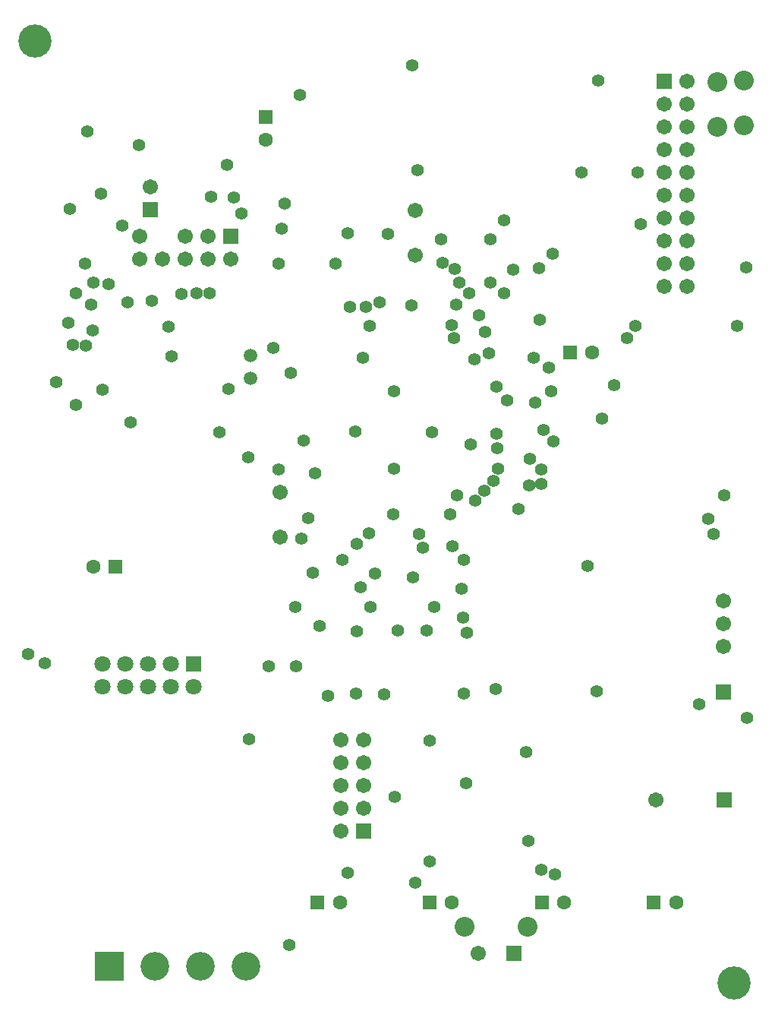
<source format=gbs>
%FSLAX43Y43*%
%MOMM*%
G71*
G01*
G75*
%ADD10C,0.300*%
%ADD11R,1.600X1.800*%
%ADD12R,1.800X1.600*%
%ADD13R,3.500X2.600*%
%ADD14R,2.200X0.550*%
%ADD15R,2.200X0.550*%
%ADD16R,0.300X1.600*%
%ADD17C,0.075*%
%ADD18R,0.550X1.450*%
%ADD19R,1.700X0.600*%
%ADD20R,0.600X1.700*%
%ADD21R,0.850X1.300*%
%ADD22R,1.200X2.000*%
%ADD23R,0.600X2.150*%
%ADD24R,2.150X3.500*%
%ADD25R,2.150X1.100*%
%ADD26R,2.150X1.100*%
%ADD27R,0.600X2.150*%
%ADD28R,0.550X1.450*%
%ADD29C,0.400*%
%ADD30C,0.800*%
%ADD31C,0.500*%
%ADD32C,0.600*%
%ADD33C,3.000*%
%ADD34R,3.000X3.000*%
%ADD35C,2.000*%
%ADD36R,1.500X1.500*%
%ADD37C,1.500*%
%ADD38C,1.400*%
%ADD39C,1.500*%
%ADD40R,1.400X1.400*%
%ADD41C,1.300*%
%ADD42C,3.500*%
%ADD43R,1.600X1.600*%
%ADD44C,1.600*%
%ADD45C,1.600*%
%ADD46C,1.200*%
%ADD47R,1.803X2.003*%
%ADD48R,2.003X1.803*%
%ADD49R,3.703X2.803*%
%ADD50R,2.403X0.753*%
%ADD51R,2.403X0.753*%
%ADD52R,0.503X1.803*%
%ADD53R,0.753X1.653*%
%ADD54R,1.903X0.803*%
%ADD55R,0.803X1.903*%
%ADD56R,1.053X1.503*%
%ADD57R,1.403X2.203*%
%ADD58R,0.803X2.353*%
%ADD59R,2.353X3.703*%
%ADD60R,2.353X1.303*%
%ADD61R,2.353X1.303*%
%ADD62R,0.803X2.353*%
%ADD63R,0.753X1.653*%
%ADD64C,3.203*%
%ADD65R,3.203X3.203*%
%ADD66C,2.203*%
%ADD67R,1.703X1.703*%
%ADD68C,1.703*%
%ADD69C,1.603*%
%ADD70C,1.703*%
%ADD71R,1.603X1.603*%
%ADD72C,1.503*%
%ADD73C,3.703*%
%ADD74R,1.803X1.803*%
%ADD75C,1.803*%
%ADD76C,1.803*%
%ADD77C,1.403*%
D64*
X21910Y5400D02*
D03*
X16830D02*
D03*
X26990D02*
D03*
D65*
X11750D02*
D03*
D66*
X51400Y9800D02*
D03*
X58400D02*
D03*
X79600Y98950D02*
D03*
X82600Y99050D02*
D03*
X79600Y103950D02*
D03*
X82600Y104050D02*
D03*
D67*
X56900Y6800D02*
D03*
X40150Y20450D02*
D03*
X16388Y89695D02*
D03*
X73650Y104000D02*
D03*
X80375Y23900D02*
D03*
X80309Y35942D02*
D03*
X25349Y86762D02*
D03*
D68*
X52900Y6800D02*
D03*
X80309Y43562D02*
D03*
Y46102D02*
D03*
X72740Y23900D02*
D03*
X76190Y98920D02*
D03*
X40150Y22990D02*
D03*
Y25530D02*
D03*
Y28070D02*
D03*
X16388Y92235D02*
D03*
X40150Y30610D02*
D03*
X37610Y28070D02*
D03*
Y25530D02*
D03*
Y22990D02*
D03*
Y20450D02*
D03*
X76190Y81140D02*
D03*
X73650D02*
D03*
X76190Y83680D02*
D03*
X73650D02*
D03*
X76190Y86220D02*
D03*
X73650D02*
D03*
X76190Y88760D02*
D03*
X73650D02*
D03*
X76190Y91300D02*
D03*
X73650D02*
D03*
X76190Y93840D02*
D03*
X73650D02*
D03*
X76190Y96380D02*
D03*
X73650D02*
D03*
Y98920D02*
D03*
X76190Y101460D02*
D03*
X73650D02*
D03*
X76190Y104000D02*
D03*
X45900Y89592D02*
D03*
X30800Y58192D02*
D03*
X30800Y53192D02*
D03*
X45900Y84592D02*
D03*
X80309Y41022D02*
D03*
X22809Y84222D02*
D03*
Y86762D02*
D03*
X15189D02*
D03*
Y84222D02*
D03*
X20269Y86762D02*
D03*
X37610Y30610D02*
D03*
D69*
X9989Y49858D02*
D03*
X65661Y73792D02*
D03*
X29242Y97489D02*
D03*
X37511Y12492D02*
D03*
X50011D02*
D03*
X62511D02*
D03*
X75011D02*
D03*
D70*
X25349Y84222D02*
D03*
X20269D02*
D03*
X17729D02*
D03*
D71*
X63161Y73792D02*
D03*
X29242Y99989D02*
D03*
X12489Y49858D02*
D03*
X35011Y12492D02*
D03*
X47511D02*
D03*
X60011D02*
D03*
X72511D02*
D03*
D72*
X27555Y73399D02*
D03*
Y70899D02*
D03*
D73*
X81500Y3500D02*
D03*
X3500Y108500D02*
D03*
D74*
X21228Y39088D02*
D03*
D75*
Y36548D02*
D03*
X18688Y39088D02*
D03*
X11068D02*
D03*
X13608Y36548D02*
D03*
D76*
X18688D02*
D03*
X16148Y39088D02*
D03*
Y36548D02*
D03*
X13608Y39088D02*
D03*
X11068Y36548D02*
D03*
D77*
X31850Y7750D02*
D03*
X50200Y75350D02*
D03*
X70497Y76700D02*
D03*
X81797D02*
D03*
X53700Y76050D02*
D03*
X38350Y15750D02*
D03*
X59950Y16100D02*
D03*
X61450Y15600D02*
D03*
X45897Y14700D02*
D03*
X18400Y76650D02*
D03*
X9300Y98400D02*
D03*
X7350Y89750D02*
D03*
X7750Y74600D02*
D03*
X9150Y74550D02*
D03*
X5900Y70503D02*
D03*
X23097Y91150D02*
D03*
X24897Y94700D02*
D03*
X15050Y96850D02*
D03*
X10897Y91500D02*
D03*
X9050Y83650D02*
D03*
X16500Y79550D02*
D03*
X13797Y79400D02*
D03*
X9797Y79100D02*
D03*
X8050Y67950D02*
D03*
X11050Y69650D02*
D03*
X14150Y65950D02*
D03*
X24097Y64900D02*
D03*
X27297Y62100D02*
D03*
X30697Y60700D02*
D03*
X52097Y63500D02*
D03*
X56150Y68450D02*
D03*
X59250Y68150D02*
D03*
X59100Y73150D02*
D03*
X59797Y77400D02*
D03*
X59697Y83150D02*
D03*
X50497Y79100D02*
D03*
X45497Y79050D02*
D03*
X54300Y86350D02*
D03*
X48750D02*
D03*
X42850Y86950D02*
D03*
X38397Y87050D02*
D03*
X30997Y87550D02*
D03*
X31350Y90350D02*
D03*
X47550Y30550D02*
D03*
X51550Y25750D02*
D03*
X58300Y29250D02*
D03*
X58500Y19350D02*
D03*
X47497Y17050D02*
D03*
X43650Y24250D02*
D03*
X36197Y35500D02*
D03*
X39397Y42700D02*
D03*
X39297Y35800D02*
D03*
X42450Y35650D02*
D03*
X54850Y36250D02*
D03*
X51350Y35750D02*
D03*
X65097Y49950D02*
D03*
X46797Y52000D02*
D03*
X51697Y42500D02*
D03*
X47150Y42750D02*
D03*
X39350Y52450D02*
D03*
X50050Y52150D02*
D03*
X51100Y47450D02*
D03*
X13250Y87887D02*
D03*
X33250Y53050D02*
D03*
X25050Y69700D02*
D03*
X38600Y78850D02*
D03*
X40400D02*
D03*
X26500Y89300D02*
D03*
X37050Y83650D02*
D03*
X18700Y73350D02*
D03*
X34000Y55350D02*
D03*
X33500Y63950D02*
D03*
X32000Y71500D02*
D03*
X30650Y83700D02*
D03*
X66750Y66400D02*
D03*
X60850Y72100D02*
D03*
X61050Y69450D02*
D03*
X43998Y42798D02*
D03*
X8100Y80400D02*
D03*
X40050Y73150D02*
D03*
X45550Y105800D02*
D03*
X33000Y102502D02*
D03*
X82950Y33050D02*
D03*
X82850Y83250D02*
D03*
X25650Y91050D02*
D03*
X50000Y76800D02*
D03*
X77600Y34600D02*
D03*
X66150Y36050D02*
D03*
X69550Y75400D02*
D03*
X30100Y74300D02*
D03*
X52500Y73050D02*
D03*
X40850Y76700D02*
D03*
X19800Y80300D02*
D03*
X21500Y80400D02*
D03*
X41950Y79350D02*
D03*
X22950Y80400D02*
D03*
X48950Y83750D02*
D03*
X10050Y81550D02*
D03*
X11700Y81400D02*
D03*
X43500Y60800D02*
D03*
X39250Y65000D02*
D03*
X43500Y69450D02*
D03*
X47800Y64900D02*
D03*
X54100Y73700D02*
D03*
X55000Y69950D02*
D03*
Y64700D02*
D03*
X60200Y65100D02*
D03*
X61350Y63850D02*
D03*
X55050Y63100D02*
D03*
X55150Y60800D02*
D03*
X58700Y61900D02*
D03*
X54600Y59450D02*
D03*
X60000Y60700D02*
D03*
Y59150D02*
D03*
X53600Y58400D02*
D03*
X52600Y57300D02*
D03*
X58600Y58950D02*
D03*
X50550Y57850D02*
D03*
X80350D02*
D03*
X49800Y55750D02*
D03*
X57450Y56350D02*
D03*
X40900Y45400D02*
D03*
X32550D02*
D03*
X48000D02*
D03*
X51250Y44250D02*
D03*
X37770Y50700D02*
D03*
X51350D02*
D03*
X40750Y53600D02*
D03*
X78550Y55250D02*
D03*
X46300Y53550D02*
D03*
X79150D02*
D03*
X50850Y81600D02*
D03*
X54300Y81550D02*
D03*
X55850Y80400D02*
D03*
X51900D02*
D03*
X53050Y77950D02*
D03*
X7200Y77050D02*
D03*
X9900Y76200D02*
D03*
X50300Y83050D02*
D03*
X56850Y83000D02*
D03*
X4550Y39150D02*
D03*
X2700Y40200D02*
D03*
X66350Y104050D02*
D03*
X27397Y30650D02*
D03*
X29550Y38850D02*
D03*
X32600D02*
D03*
X55800Y88500D02*
D03*
X61197Y84800D02*
D03*
X35250Y43300D02*
D03*
X34450Y49250D02*
D03*
X45650Y48750D02*
D03*
X39800Y47650D02*
D03*
X41397Y49150D02*
D03*
X43450Y55750D02*
D03*
X34697Y60300D02*
D03*
X46197Y94100D02*
D03*
X64450Y93850D02*
D03*
X70750D02*
D03*
X71097Y88100D02*
D03*
X68100Y70150D02*
D03*
M02*

</source>
